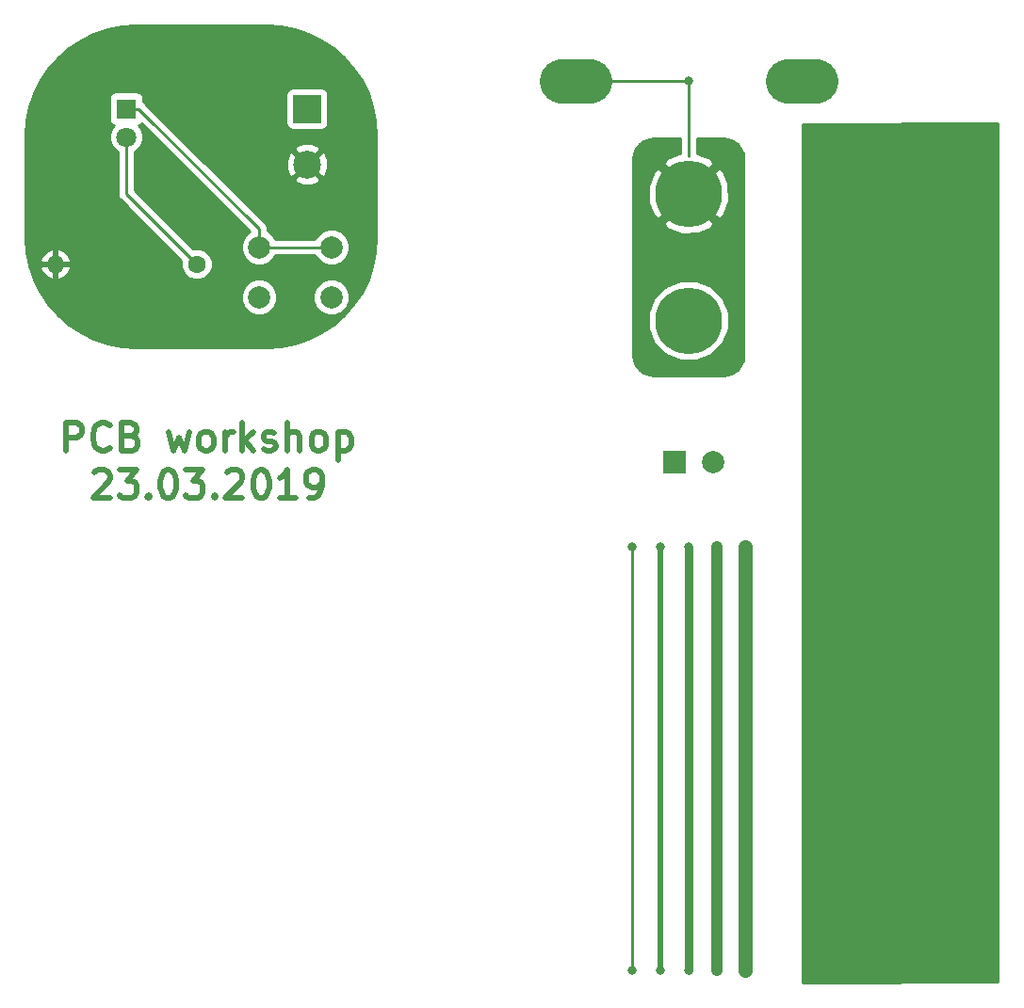
<source format=gbr>
G04 #@! TF.GenerationSoftware,KiCad,Pcbnew,5.0.1*
G04 #@! TF.CreationDate,2019-03-06T14:15:35+01:00*
G04 #@! TF.ProjectId,workshop,776F726B73686F702E6B696361645F70,rev?*
G04 #@! TF.SameCoordinates,Original*
G04 #@! TF.FileFunction,Copper,L1,Top,Signal*
G04 #@! TF.FilePolarity,Positive*
%FSLAX46Y46*%
G04 Gerber Fmt 4.6, Leading zero omitted, Abs format (unit mm)*
G04 Created by KiCad (PCBNEW 5.0.1) date Mi 06 Mär 2019 14:15:35 CET*
%MOMM*%
%LPD*%
G01*
G04 APERTURE LIST*
G04 #@! TA.AperFunction,NonConductor*
%ADD10C,0.500000*%
G04 #@! TD*
G04 #@! TA.AperFunction,ComponentPad*
%ADD11C,6.000000*%
G04 #@! TD*
G04 #@! TA.AperFunction,ComponentPad*
%ADD12C,2.000000*%
G04 #@! TD*
G04 #@! TA.AperFunction,ComponentPad*
%ADD13C,1.800000*%
G04 #@! TD*
G04 #@! TA.AperFunction,ComponentPad*
%ADD14R,1.800000X1.800000*%
G04 #@! TD*
G04 #@! TA.AperFunction,ComponentPad*
%ADD15O,1.600000X1.600000*%
G04 #@! TD*
G04 #@! TA.AperFunction,ComponentPad*
%ADD16C,1.600000*%
G04 #@! TD*
G04 #@! TA.AperFunction,ComponentPad*
%ADD17C,2.500000*%
G04 #@! TD*
G04 #@! TA.AperFunction,ComponentPad*
%ADD18R,2.500000X2.500000*%
G04 #@! TD*
G04 #@! TA.AperFunction,ComponentPad*
%ADD19R,2.000000X2.000000*%
G04 #@! TD*
G04 #@! TA.AperFunction,ViaPad*
%ADD20C,0.800000*%
G04 #@! TD*
G04 #@! TA.AperFunction,Conductor*
%ADD21C,0.250000*%
G04 #@! TD*
G04 #@! TA.AperFunction,Conductor*
%ADD22C,0.500000*%
G04 #@! TD*
G04 #@! TA.AperFunction,Conductor*
%ADD23C,0.750000*%
G04 #@! TD*
G04 #@! TA.AperFunction,Conductor*
%ADD24C,1.000000*%
G04 #@! TD*
G04 #@! TA.AperFunction,Conductor*
%ADD25C,1.250000*%
G04 #@! TD*
G04 #@! TA.AperFunction,Conductor*
%ADD26C,4.000000*%
G04 #@! TD*
G04 #@! TA.AperFunction,Conductor*
%ADD27C,0.254000*%
G04 #@! TD*
G04 #@! TA.AperFunction,NonConductor*
%ADD28C,0.254000*%
G04 #@! TD*
G04 APERTURE END LIST*
D10*
X140931904Y-118385952D02*
X140931904Y-115885952D01*
X141884285Y-115885952D01*
X142122380Y-116005000D01*
X142241428Y-116124047D01*
X142360476Y-116362142D01*
X142360476Y-116719285D01*
X142241428Y-116957380D01*
X142122380Y-117076428D01*
X141884285Y-117195476D01*
X140931904Y-117195476D01*
X144860476Y-118147857D02*
X144741428Y-118266904D01*
X144384285Y-118385952D01*
X144146190Y-118385952D01*
X143789047Y-118266904D01*
X143550952Y-118028809D01*
X143431904Y-117790714D01*
X143312857Y-117314523D01*
X143312857Y-116957380D01*
X143431904Y-116481190D01*
X143550952Y-116243095D01*
X143789047Y-116005000D01*
X144146190Y-115885952D01*
X144384285Y-115885952D01*
X144741428Y-116005000D01*
X144860476Y-116124047D01*
X146765238Y-117076428D02*
X147122380Y-117195476D01*
X147241428Y-117314523D01*
X147360476Y-117552619D01*
X147360476Y-117909761D01*
X147241428Y-118147857D01*
X147122380Y-118266904D01*
X146884285Y-118385952D01*
X145931904Y-118385952D01*
X145931904Y-115885952D01*
X146765238Y-115885952D01*
X147003333Y-116005000D01*
X147122380Y-116124047D01*
X147241428Y-116362142D01*
X147241428Y-116600238D01*
X147122380Y-116838333D01*
X147003333Y-116957380D01*
X146765238Y-117076428D01*
X145931904Y-117076428D01*
X150098571Y-116719285D02*
X150574761Y-118385952D01*
X151050952Y-117195476D01*
X151527142Y-118385952D01*
X152003333Y-116719285D01*
X153312857Y-118385952D02*
X153074761Y-118266904D01*
X152955714Y-118147857D01*
X152836666Y-117909761D01*
X152836666Y-117195476D01*
X152955714Y-116957380D01*
X153074761Y-116838333D01*
X153312857Y-116719285D01*
X153670000Y-116719285D01*
X153908095Y-116838333D01*
X154027142Y-116957380D01*
X154146190Y-117195476D01*
X154146190Y-117909761D01*
X154027142Y-118147857D01*
X153908095Y-118266904D01*
X153670000Y-118385952D01*
X153312857Y-118385952D01*
X155217619Y-118385952D02*
X155217619Y-116719285D01*
X155217619Y-117195476D02*
X155336666Y-116957380D01*
X155455714Y-116838333D01*
X155693809Y-116719285D01*
X155931904Y-116719285D01*
X156765238Y-118385952D02*
X156765238Y-115885952D01*
X157003333Y-117433571D02*
X157717619Y-118385952D01*
X157717619Y-116719285D02*
X156765238Y-117671666D01*
X158670000Y-118266904D02*
X158908095Y-118385952D01*
X159384285Y-118385952D01*
X159622380Y-118266904D01*
X159741428Y-118028809D01*
X159741428Y-117909761D01*
X159622380Y-117671666D01*
X159384285Y-117552619D01*
X159027142Y-117552619D01*
X158789047Y-117433571D01*
X158670000Y-117195476D01*
X158670000Y-117076428D01*
X158789047Y-116838333D01*
X159027142Y-116719285D01*
X159384285Y-116719285D01*
X159622380Y-116838333D01*
X160812857Y-118385952D02*
X160812857Y-115885952D01*
X161884285Y-118385952D02*
X161884285Y-117076428D01*
X161765238Y-116838333D01*
X161527142Y-116719285D01*
X161170000Y-116719285D01*
X160931904Y-116838333D01*
X160812857Y-116957380D01*
X163431904Y-118385952D02*
X163193809Y-118266904D01*
X163074761Y-118147857D01*
X162955714Y-117909761D01*
X162955714Y-117195476D01*
X163074761Y-116957380D01*
X163193809Y-116838333D01*
X163431904Y-116719285D01*
X163789047Y-116719285D01*
X164027142Y-116838333D01*
X164146190Y-116957380D01*
X164265238Y-117195476D01*
X164265238Y-117909761D01*
X164146190Y-118147857D01*
X164027142Y-118266904D01*
X163789047Y-118385952D01*
X163431904Y-118385952D01*
X165336666Y-116719285D02*
X165336666Y-119219285D01*
X165336666Y-116838333D02*
X165574761Y-116719285D01*
X166050952Y-116719285D01*
X166289047Y-116838333D01*
X166408095Y-116957380D01*
X166527142Y-117195476D01*
X166527142Y-117909761D01*
X166408095Y-118147857D01*
X166289047Y-118266904D01*
X166050952Y-118385952D01*
X165574761Y-118385952D01*
X165336666Y-118266904D01*
X143431904Y-120374047D02*
X143550952Y-120255000D01*
X143789047Y-120135952D01*
X144384285Y-120135952D01*
X144622380Y-120255000D01*
X144741428Y-120374047D01*
X144860476Y-120612142D01*
X144860476Y-120850238D01*
X144741428Y-121207380D01*
X143312857Y-122635952D01*
X144860476Y-122635952D01*
X145693809Y-120135952D02*
X147241428Y-120135952D01*
X146408095Y-121088333D01*
X146765238Y-121088333D01*
X147003333Y-121207380D01*
X147122380Y-121326428D01*
X147241428Y-121564523D01*
X147241428Y-122159761D01*
X147122380Y-122397857D01*
X147003333Y-122516904D01*
X146765238Y-122635952D01*
X146050952Y-122635952D01*
X145812857Y-122516904D01*
X145693809Y-122397857D01*
X148312857Y-122397857D02*
X148431904Y-122516904D01*
X148312857Y-122635952D01*
X148193809Y-122516904D01*
X148312857Y-122397857D01*
X148312857Y-122635952D01*
X149979523Y-120135952D02*
X150217619Y-120135952D01*
X150455714Y-120255000D01*
X150574761Y-120374047D01*
X150693809Y-120612142D01*
X150812857Y-121088333D01*
X150812857Y-121683571D01*
X150693809Y-122159761D01*
X150574761Y-122397857D01*
X150455714Y-122516904D01*
X150217619Y-122635952D01*
X149979523Y-122635952D01*
X149741428Y-122516904D01*
X149622380Y-122397857D01*
X149503333Y-122159761D01*
X149384285Y-121683571D01*
X149384285Y-121088333D01*
X149503333Y-120612142D01*
X149622380Y-120374047D01*
X149741428Y-120255000D01*
X149979523Y-120135952D01*
X151646190Y-120135952D02*
X153193809Y-120135952D01*
X152360476Y-121088333D01*
X152717619Y-121088333D01*
X152955714Y-121207380D01*
X153074761Y-121326428D01*
X153193809Y-121564523D01*
X153193809Y-122159761D01*
X153074761Y-122397857D01*
X152955714Y-122516904D01*
X152717619Y-122635952D01*
X152003333Y-122635952D01*
X151765238Y-122516904D01*
X151646190Y-122397857D01*
X154265238Y-122397857D02*
X154384285Y-122516904D01*
X154265238Y-122635952D01*
X154146190Y-122516904D01*
X154265238Y-122397857D01*
X154265238Y-122635952D01*
X155336666Y-120374047D02*
X155455714Y-120255000D01*
X155693809Y-120135952D01*
X156289047Y-120135952D01*
X156527142Y-120255000D01*
X156646190Y-120374047D01*
X156765238Y-120612142D01*
X156765238Y-120850238D01*
X156646190Y-121207380D01*
X155217619Y-122635952D01*
X156765238Y-122635952D01*
X158312857Y-120135952D02*
X158550952Y-120135952D01*
X158789047Y-120255000D01*
X158908095Y-120374047D01*
X159027142Y-120612142D01*
X159146190Y-121088333D01*
X159146190Y-121683571D01*
X159027142Y-122159761D01*
X158908095Y-122397857D01*
X158789047Y-122516904D01*
X158550952Y-122635952D01*
X158312857Y-122635952D01*
X158074761Y-122516904D01*
X157955714Y-122397857D01*
X157836666Y-122159761D01*
X157717619Y-121683571D01*
X157717619Y-121088333D01*
X157836666Y-120612142D01*
X157955714Y-120374047D01*
X158074761Y-120255000D01*
X158312857Y-120135952D01*
X161527142Y-122635952D02*
X160098571Y-122635952D01*
X160812857Y-122635952D02*
X160812857Y-120135952D01*
X160574761Y-120493095D01*
X160336666Y-120731190D01*
X160098571Y-120850238D01*
X162717619Y-122635952D02*
X163193809Y-122635952D01*
X163431904Y-122516904D01*
X163550952Y-122397857D01*
X163789047Y-122040714D01*
X163908095Y-121564523D01*
X163908095Y-120612142D01*
X163789047Y-120374047D01*
X163670000Y-120255000D01*
X163431904Y-120135952D01*
X162955714Y-120135952D01*
X162717619Y-120255000D01*
X162598571Y-120374047D01*
X162479523Y-120612142D01*
X162479523Y-121207380D01*
X162598571Y-121445476D01*
X162717619Y-121564523D01*
X162955714Y-121683571D01*
X163431904Y-121683571D01*
X163670000Y-121564523D01*
X163789047Y-121445476D01*
X163908095Y-121207380D01*
D11*
G04 #@! TO.P,REF\002A\002A,1*
G04 #@! TO.N,N/C*
X196850000Y-106680000D03*
G04 #@! TD*
D12*
G04 #@! TO.P,SW1,1*
G04 #@! TO.N,Net-(D1-Pad1)*
X164742000Y-100076000D03*
G04 #@! TO.P,SW1,2*
G04 #@! TO.N,GND*
X164742000Y-104576000D03*
G04 #@! TO.P,SW1,1*
G04 #@! TO.N,Net-(D1-Pad1)*
X158242000Y-100076000D03*
G04 #@! TO.P,SW1,2*
G04 #@! TO.N,GND*
X158242000Y-104576000D03*
G04 #@! TD*
D13*
G04 #@! TO.P,D1,2*
G04 #@! TO.N,Net-(D1-Pad2)*
X146304000Y-90170000D03*
D14*
G04 #@! TO.P,D1,1*
G04 #@! TO.N,Net-(D1-Pad1)*
X146304000Y-87630000D03*
G04 #@! TD*
D15*
G04 #@! TO.P,R1,2*
G04 #@! TO.N,+5V*
X139954000Y-101600000D03*
D16*
G04 #@! TO.P,R1,1*
G04 #@! TO.N,Net-(D1-Pad2)*
X152654000Y-101600000D03*
G04 #@! TD*
D17*
G04 #@! TO.P,J1,2*
G04 #@! TO.N,+5V*
X162560000Y-92630000D03*
D18*
G04 #@! TO.P,J1,1*
G04 #@! TO.N,GND*
X162560000Y-87630000D03*
G04 #@! TD*
D11*
G04 #@! TO.P,REF\002A\002A,1*
G04 #@! TO.N,GND*
X196850000Y-95250000D03*
G04 #@! TD*
D19*
G04 #@! TO.P,REF\002A\002A,1*
G04 #@! TO.N,N/C*
X195580000Y-119380000D03*
D12*
G04 #@! TO.P,REF\002A\002A,2*
X199080000Y-119380000D03*
G04 #@! TD*
D20*
G04 #@! TO.N,*
X187960000Y-85090000D03*
X205740000Y-85090000D03*
X196850000Y-85090000D03*
X191770000Y-127000000D03*
X194310000Y-127000000D03*
X196850000Y-127000000D03*
X199390000Y-127000000D03*
X201930000Y-127000000D03*
X191770000Y-165100000D03*
X194310000Y-165100000D03*
X196850000Y-165100000D03*
X199390000Y-165100000D03*
X201930000Y-165100000D03*
G04 #@! TD*
D21*
G04 #@! TO.N,*
X191770000Y-127000000D02*
X191770000Y-127000000D01*
D22*
X194310000Y-165100000D02*
X194310000Y-165100000D01*
D23*
X196850000Y-127000000D02*
X196850000Y-127000000D01*
D24*
X199390000Y-127000000D02*
X199390000Y-127000000D01*
D25*
X201930000Y-165100000D02*
X201930000Y-165100000D01*
D26*
X205740000Y-85090000D02*
X208280000Y-85090000D01*
X187960000Y-85090000D02*
X185420000Y-85090000D01*
D21*
X191770000Y-127000000D02*
X191770000Y-165100000D01*
D22*
X194310000Y-127000000D02*
X194310000Y-127000000D01*
D23*
X196850000Y-127000000D02*
X196850000Y-165100000D01*
D24*
X199390000Y-127000000D02*
X199390000Y-165100000D01*
D25*
X201930000Y-127000000D02*
X201930000Y-127000000D01*
D21*
X191770000Y-165100000D02*
X191770000Y-165100000D01*
D22*
X194310000Y-165100000D02*
X194310000Y-127000000D01*
D23*
X196850000Y-165100000D02*
X196850000Y-165100000D01*
D24*
X199390000Y-165100000D02*
X199390000Y-165100000D01*
D25*
X201930000Y-165100000D02*
X201930000Y-127000000D01*
D21*
X196850000Y-85090000D02*
X187960000Y-85090000D01*
X196850000Y-85090000D02*
X196850000Y-91924999D01*
G04 #@! TO.N,Net-(D1-Pad2)*
X146304000Y-95250000D02*
X152654000Y-101600000D01*
X146304000Y-90170000D02*
X146304000Y-95250000D01*
G04 #@! TO.N,Net-(D1-Pad1)*
X158242000Y-98661787D02*
X158242000Y-100076000D01*
X158242000Y-98418000D02*
X158242000Y-98661787D01*
X147454000Y-87630000D02*
X158242000Y-98418000D01*
X146304000Y-87630000D02*
X147454000Y-87630000D01*
X158242000Y-100076000D02*
X164742000Y-100076000D01*
G04 #@! TD*
D27*
G04 #@! TO.N,+5V*
G36*
X160198646Y-80221734D02*
X161465253Y-80473679D01*
X162688126Y-80888789D01*
X163846365Y-81459968D01*
X164920134Y-82177438D01*
X165891073Y-83028927D01*
X166742562Y-83999866D01*
X167460032Y-85073635D01*
X168031211Y-86231874D01*
X168446321Y-87454747D01*
X168698266Y-88721354D01*
X168783000Y-90014156D01*
X168783000Y-99215844D01*
X168698266Y-100508646D01*
X168446321Y-101775253D01*
X168031211Y-102998126D01*
X167460032Y-104156365D01*
X166742562Y-105230134D01*
X165891073Y-106201073D01*
X164920134Y-107052562D01*
X163846365Y-107770032D01*
X162688126Y-108341211D01*
X161465253Y-108756321D01*
X160198646Y-109008266D01*
X158905844Y-109093000D01*
X147164156Y-109093000D01*
X145871354Y-109008266D01*
X144604747Y-108756321D01*
X143381874Y-108341211D01*
X142223635Y-107770032D01*
X141149866Y-107052562D01*
X140178927Y-106201073D01*
X139327438Y-105230134D01*
X138673053Y-104250778D01*
X156607000Y-104250778D01*
X156607000Y-104901222D01*
X156855914Y-105502153D01*
X157315847Y-105962086D01*
X157916778Y-106211000D01*
X158567222Y-106211000D01*
X159168153Y-105962086D01*
X159628086Y-105502153D01*
X159877000Y-104901222D01*
X159877000Y-104250778D01*
X163107000Y-104250778D01*
X163107000Y-104901222D01*
X163355914Y-105502153D01*
X163815847Y-105962086D01*
X164416778Y-106211000D01*
X165067222Y-106211000D01*
X165668153Y-105962086D01*
X166128086Y-105502153D01*
X166377000Y-104901222D01*
X166377000Y-104250778D01*
X166128086Y-103649847D01*
X165668153Y-103189914D01*
X165067222Y-102941000D01*
X164416778Y-102941000D01*
X163815847Y-103189914D01*
X163355914Y-103649847D01*
X163107000Y-104250778D01*
X159877000Y-104250778D01*
X159628086Y-103649847D01*
X159168153Y-103189914D01*
X158567222Y-102941000D01*
X157916778Y-102941000D01*
X157315847Y-103189914D01*
X156855914Y-103649847D01*
X156607000Y-104250778D01*
X138673053Y-104250778D01*
X138609968Y-104156365D01*
X138038789Y-102998126D01*
X137682672Y-101949039D01*
X138562096Y-101949039D01*
X138722959Y-102337423D01*
X139098866Y-102752389D01*
X139604959Y-102991914D01*
X139827000Y-102870629D01*
X139827000Y-101727000D01*
X140081000Y-101727000D01*
X140081000Y-102870629D01*
X140303041Y-102991914D01*
X140809134Y-102752389D01*
X141185041Y-102337423D01*
X141345904Y-101949039D01*
X141223915Y-101727000D01*
X140081000Y-101727000D01*
X139827000Y-101727000D01*
X138684085Y-101727000D01*
X138562096Y-101949039D01*
X137682672Y-101949039D01*
X137623679Y-101775253D01*
X137519391Y-101250961D01*
X138562096Y-101250961D01*
X138684085Y-101473000D01*
X139827000Y-101473000D01*
X139827000Y-100329371D01*
X140081000Y-100329371D01*
X140081000Y-101473000D01*
X141223915Y-101473000D01*
X141345904Y-101250961D01*
X141185041Y-100862577D01*
X140809134Y-100447611D01*
X140303041Y-100208086D01*
X140081000Y-100329371D01*
X139827000Y-100329371D01*
X139604959Y-100208086D01*
X139098866Y-100447611D01*
X138722959Y-100862577D01*
X138562096Y-101250961D01*
X137519391Y-101250961D01*
X137371734Y-100508646D01*
X137287000Y-99215844D01*
X137287000Y-90014156D01*
X137371734Y-88721354D01*
X137623679Y-87454747D01*
X137869697Y-86730000D01*
X144756560Y-86730000D01*
X144756560Y-88530000D01*
X144805843Y-88777765D01*
X144946191Y-88987809D01*
X145156235Y-89128157D01*
X145171908Y-89131275D01*
X145002690Y-89300493D01*
X144769000Y-89864670D01*
X144769000Y-90475330D01*
X145002690Y-91039507D01*
X145434493Y-91471310D01*
X145544000Y-91516669D01*
X145544001Y-95175148D01*
X145529112Y-95250000D01*
X145544001Y-95324852D01*
X145588097Y-95546537D01*
X145756072Y-95797929D01*
X145819528Y-95840329D01*
X151240896Y-101261698D01*
X151219000Y-101314561D01*
X151219000Y-101885439D01*
X151437466Y-102412862D01*
X151841138Y-102816534D01*
X152368561Y-103035000D01*
X152939439Y-103035000D01*
X153466862Y-102816534D01*
X153870534Y-102412862D01*
X154089000Y-101885439D01*
X154089000Y-101314561D01*
X153870534Y-100787138D01*
X153466862Y-100383466D01*
X152939439Y-100165000D01*
X152368561Y-100165000D01*
X152315698Y-100186896D01*
X147064000Y-94935199D01*
X147064000Y-91516669D01*
X147173507Y-91471310D01*
X147605310Y-91039507D01*
X147839000Y-90475330D01*
X147839000Y-89864670D01*
X147605310Y-89300493D01*
X147436092Y-89131275D01*
X147451765Y-89128157D01*
X147661809Y-88987809D01*
X147691930Y-88942731D01*
X157403009Y-98653810D01*
X157315847Y-98689914D01*
X156855914Y-99149847D01*
X156607000Y-99750778D01*
X156607000Y-100401222D01*
X156855914Y-101002153D01*
X157315847Y-101462086D01*
X157916778Y-101711000D01*
X158567222Y-101711000D01*
X159168153Y-101462086D01*
X159628086Y-101002153D01*
X159696909Y-100836000D01*
X163287091Y-100836000D01*
X163355914Y-101002153D01*
X163815847Y-101462086D01*
X164416778Y-101711000D01*
X165067222Y-101711000D01*
X165668153Y-101462086D01*
X166128086Y-101002153D01*
X166377000Y-100401222D01*
X166377000Y-99750778D01*
X166128086Y-99149847D01*
X165668153Y-98689914D01*
X165067222Y-98441000D01*
X164416778Y-98441000D01*
X163815847Y-98689914D01*
X163355914Y-99149847D01*
X163287091Y-99316000D01*
X159696909Y-99316000D01*
X159628086Y-99149847D01*
X159168153Y-98689914D01*
X159002000Y-98621091D01*
X159002000Y-98492847D01*
X159016888Y-98418000D01*
X159002000Y-98343153D01*
X159002000Y-98343148D01*
X158957904Y-98121463D01*
X158789929Y-97870071D01*
X158726473Y-97827671D01*
X154862122Y-93963320D01*
X161406285Y-93963320D01*
X161535533Y-94256123D01*
X162235806Y-94524388D01*
X162985435Y-94504250D01*
X163584467Y-94256123D01*
X163713715Y-93963320D01*
X162560000Y-92809605D01*
X161406285Y-93963320D01*
X154862122Y-93963320D01*
X153204608Y-92305806D01*
X160665612Y-92305806D01*
X160685750Y-93055435D01*
X160933877Y-93654467D01*
X161226680Y-93783715D01*
X162380395Y-92630000D01*
X162739605Y-92630000D01*
X163893320Y-93783715D01*
X164186123Y-93654467D01*
X164454388Y-92954194D01*
X164434250Y-92204565D01*
X164186123Y-91605533D01*
X163893320Y-91476285D01*
X162739605Y-92630000D01*
X162380395Y-92630000D01*
X161226680Y-91476285D01*
X160933877Y-91605533D01*
X160665612Y-92305806D01*
X153204608Y-92305806D01*
X152195482Y-91296680D01*
X161406285Y-91296680D01*
X162560000Y-92450395D01*
X163713715Y-91296680D01*
X163584467Y-91003877D01*
X162884194Y-90735612D01*
X162134565Y-90755750D01*
X161535533Y-91003877D01*
X161406285Y-91296680D01*
X152195482Y-91296680D01*
X148044331Y-87145530D01*
X148001929Y-87082071D01*
X147851440Y-86981517D01*
X147851440Y-86730000D01*
X147802157Y-86482235D01*
X147733846Y-86380000D01*
X160662560Y-86380000D01*
X160662560Y-88880000D01*
X160711843Y-89127765D01*
X160852191Y-89337809D01*
X161062235Y-89478157D01*
X161310000Y-89527440D01*
X163810000Y-89527440D01*
X164057765Y-89478157D01*
X164267809Y-89337809D01*
X164408157Y-89127765D01*
X164457440Y-88880000D01*
X164457440Y-86380000D01*
X164408157Y-86132235D01*
X164267809Y-85922191D01*
X164057765Y-85781843D01*
X163810000Y-85732560D01*
X161310000Y-85732560D01*
X161062235Y-85781843D01*
X160852191Y-85922191D01*
X160711843Y-86132235D01*
X160662560Y-86380000D01*
X147733846Y-86380000D01*
X147661809Y-86272191D01*
X147451765Y-86131843D01*
X147204000Y-86082560D01*
X145404000Y-86082560D01*
X145156235Y-86131843D01*
X144946191Y-86272191D01*
X144805843Y-86482235D01*
X144756560Y-86730000D01*
X137869697Y-86730000D01*
X138038789Y-86231874D01*
X138609968Y-85073635D01*
X139327438Y-83999866D01*
X140178927Y-83028927D01*
X141149866Y-82177438D01*
X142223635Y-81459968D01*
X143381874Y-80888789D01*
X144604747Y-80473679D01*
X145871354Y-80221734D01*
X147164156Y-80137000D01*
X158905844Y-80137000D01*
X160198646Y-80221734D01*
X160198646Y-80221734D01*
G37*
X160198646Y-80221734D02*
X161465253Y-80473679D01*
X162688126Y-80888789D01*
X163846365Y-81459968D01*
X164920134Y-82177438D01*
X165891073Y-83028927D01*
X166742562Y-83999866D01*
X167460032Y-85073635D01*
X168031211Y-86231874D01*
X168446321Y-87454747D01*
X168698266Y-88721354D01*
X168783000Y-90014156D01*
X168783000Y-99215844D01*
X168698266Y-100508646D01*
X168446321Y-101775253D01*
X168031211Y-102998126D01*
X167460032Y-104156365D01*
X166742562Y-105230134D01*
X165891073Y-106201073D01*
X164920134Y-107052562D01*
X163846365Y-107770032D01*
X162688126Y-108341211D01*
X161465253Y-108756321D01*
X160198646Y-109008266D01*
X158905844Y-109093000D01*
X147164156Y-109093000D01*
X145871354Y-109008266D01*
X144604747Y-108756321D01*
X143381874Y-108341211D01*
X142223635Y-107770032D01*
X141149866Y-107052562D01*
X140178927Y-106201073D01*
X139327438Y-105230134D01*
X138673053Y-104250778D01*
X156607000Y-104250778D01*
X156607000Y-104901222D01*
X156855914Y-105502153D01*
X157315847Y-105962086D01*
X157916778Y-106211000D01*
X158567222Y-106211000D01*
X159168153Y-105962086D01*
X159628086Y-105502153D01*
X159877000Y-104901222D01*
X159877000Y-104250778D01*
X163107000Y-104250778D01*
X163107000Y-104901222D01*
X163355914Y-105502153D01*
X163815847Y-105962086D01*
X164416778Y-106211000D01*
X165067222Y-106211000D01*
X165668153Y-105962086D01*
X166128086Y-105502153D01*
X166377000Y-104901222D01*
X166377000Y-104250778D01*
X166128086Y-103649847D01*
X165668153Y-103189914D01*
X165067222Y-102941000D01*
X164416778Y-102941000D01*
X163815847Y-103189914D01*
X163355914Y-103649847D01*
X163107000Y-104250778D01*
X159877000Y-104250778D01*
X159628086Y-103649847D01*
X159168153Y-103189914D01*
X158567222Y-102941000D01*
X157916778Y-102941000D01*
X157315847Y-103189914D01*
X156855914Y-103649847D01*
X156607000Y-104250778D01*
X138673053Y-104250778D01*
X138609968Y-104156365D01*
X138038789Y-102998126D01*
X137682672Y-101949039D01*
X138562096Y-101949039D01*
X138722959Y-102337423D01*
X139098866Y-102752389D01*
X139604959Y-102991914D01*
X139827000Y-102870629D01*
X139827000Y-101727000D01*
X140081000Y-101727000D01*
X140081000Y-102870629D01*
X140303041Y-102991914D01*
X140809134Y-102752389D01*
X141185041Y-102337423D01*
X141345904Y-101949039D01*
X141223915Y-101727000D01*
X140081000Y-101727000D01*
X139827000Y-101727000D01*
X138684085Y-101727000D01*
X138562096Y-101949039D01*
X137682672Y-101949039D01*
X137623679Y-101775253D01*
X137519391Y-101250961D01*
X138562096Y-101250961D01*
X138684085Y-101473000D01*
X139827000Y-101473000D01*
X139827000Y-100329371D01*
X140081000Y-100329371D01*
X140081000Y-101473000D01*
X141223915Y-101473000D01*
X141345904Y-101250961D01*
X141185041Y-100862577D01*
X140809134Y-100447611D01*
X140303041Y-100208086D01*
X140081000Y-100329371D01*
X139827000Y-100329371D01*
X139604959Y-100208086D01*
X139098866Y-100447611D01*
X138722959Y-100862577D01*
X138562096Y-101250961D01*
X137519391Y-101250961D01*
X137371734Y-100508646D01*
X137287000Y-99215844D01*
X137287000Y-90014156D01*
X137371734Y-88721354D01*
X137623679Y-87454747D01*
X137869697Y-86730000D01*
X144756560Y-86730000D01*
X144756560Y-88530000D01*
X144805843Y-88777765D01*
X144946191Y-88987809D01*
X145156235Y-89128157D01*
X145171908Y-89131275D01*
X145002690Y-89300493D01*
X144769000Y-89864670D01*
X144769000Y-90475330D01*
X145002690Y-91039507D01*
X145434493Y-91471310D01*
X145544000Y-91516669D01*
X145544001Y-95175148D01*
X145529112Y-95250000D01*
X145544001Y-95324852D01*
X145588097Y-95546537D01*
X145756072Y-95797929D01*
X145819528Y-95840329D01*
X151240896Y-101261698D01*
X151219000Y-101314561D01*
X151219000Y-101885439D01*
X151437466Y-102412862D01*
X151841138Y-102816534D01*
X152368561Y-103035000D01*
X152939439Y-103035000D01*
X153466862Y-102816534D01*
X153870534Y-102412862D01*
X154089000Y-101885439D01*
X154089000Y-101314561D01*
X153870534Y-100787138D01*
X153466862Y-100383466D01*
X152939439Y-100165000D01*
X152368561Y-100165000D01*
X152315698Y-100186896D01*
X147064000Y-94935199D01*
X147064000Y-91516669D01*
X147173507Y-91471310D01*
X147605310Y-91039507D01*
X147839000Y-90475330D01*
X147839000Y-89864670D01*
X147605310Y-89300493D01*
X147436092Y-89131275D01*
X147451765Y-89128157D01*
X147661809Y-88987809D01*
X147691930Y-88942731D01*
X157403009Y-98653810D01*
X157315847Y-98689914D01*
X156855914Y-99149847D01*
X156607000Y-99750778D01*
X156607000Y-100401222D01*
X156855914Y-101002153D01*
X157315847Y-101462086D01*
X157916778Y-101711000D01*
X158567222Y-101711000D01*
X159168153Y-101462086D01*
X159628086Y-101002153D01*
X159696909Y-100836000D01*
X163287091Y-100836000D01*
X163355914Y-101002153D01*
X163815847Y-101462086D01*
X164416778Y-101711000D01*
X165067222Y-101711000D01*
X165668153Y-101462086D01*
X166128086Y-101002153D01*
X166377000Y-100401222D01*
X166377000Y-99750778D01*
X166128086Y-99149847D01*
X165668153Y-98689914D01*
X165067222Y-98441000D01*
X164416778Y-98441000D01*
X163815847Y-98689914D01*
X163355914Y-99149847D01*
X163287091Y-99316000D01*
X159696909Y-99316000D01*
X159628086Y-99149847D01*
X159168153Y-98689914D01*
X159002000Y-98621091D01*
X159002000Y-98492847D01*
X159016888Y-98418000D01*
X159002000Y-98343153D01*
X159002000Y-98343148D01*
X158957904Y-98121463D01*
X158789929Y-97870071D01*
X158726473Y-97827671D01*
X154862122Y-93963320D01*
X161406285Y-93963320D01*
X161535533Y-94256123D01*
X162235806Y-94524388D01*
X162985435Y-94504250D01*
X163584467Y-94256123D01*
X163713715Y-93963320D01*
X162560000Y-92809605D01*
X161406285Y-93963320D01*
X154862122Y-93963320D01*
X153204608Y-92305806D01*
X160665612Y-92305806D01*
X160685750Y-93055435D01*
X160933877Y-93654467D01*
X161226680Y-93783715D01*
X162380395Y-92630000D01*
X162739605Y-92630000D01*
X163893320Y-93783715D01*
X164186123Y-93654467D01*
X164454388Y-92954194D01*
X164434250Y-92204565D01*
X164186123Y-91605533D01*
X163893320Y-91476285D01*
X162739605Y-92630000D01*
X162380395Y-92630000D01*
X161226680Y-91476285D01*
X160933877Y-91605533D01*
X160665612Y-92305806D01*
X153204608Y-92305806D01*
X152195482Y-91296680D01*
X161406285Y-91296680D01*
X162560000Y-92450395D01*
X163713715Y-91296680D01*
X163584467Y-91003877D01*
X162884194Y-90735612D01*
X162134565Y-90755750D01*
X161535533Y-91003877D01*
X161406285Y-91296680D01*
X152195482Y-91296680D01*
X148044331Y-87145530D01*
X148001929Y-87082071D01*
X147851440Y-86981517D01*
X147851440Y-86730000D01*
X147802157Y-86482235D01*
X147733846Y-86380000D01*
X160662560Y-86380000D01*
X160662560Y-88880000D01*
X160711843Y-89127765D01*
X160852191Y-89337809D01*
X161062235Y-89478157D01*
X161310000Y-89527440D01*
X163810000Y-89527440D01*
X164057765Y-89478157D01*
X164267809Y-89337809D01*
X164408157Y-89127765D01*
X164457440Y-88880000D01*
X164457440Y-86380000D01*
X164408157Y-86132235D01*
X164267809Y-85922191D01*
X164057765Y-85781843D01*
X163810000Y-85732560D01*
X161310000Y-85732560D01*
X161062235Y-85781843D01*
X160852191Y-85922191D01*
X160711843Y-86132235D01*
X160662560Y-86380000D01*
X147733846Y-86380000D01*
X147661809Y-86272191D01*
X147451765Y-86131843D01*
X147204000Y-86082560D01*
X145404000Y-86082560D01*
X145156235Y-86131843D01*
X144946191Y-86272191D01*
X144805843Y-86482235D01*
X144756560Y-86730000D01*
X137869697Y-86730000D01*
X138038789Y-86231874D01*
X138609968Y-85073635D01*
X139327438Y-83999866D01*
X140178927Y-83028927D01*
X141149866Y-82177438D01*
X142223635Y-81459968D01*
X143381874Y-80888789D01*
X144604747Y-80473679D01*
X145871354Y-80221734D01*
X147164156Y-80137000D01*
X158905844Y-80137000D01*
X160198646Y-80221734D01*
D28*
G36*
X224663000Y-166116904D02*
X207137000Y-166242089D01*
X207137000Y-89026096D01*
X224663000Y-88900911D01*
X224663000Y-166116904D01*
X224663000Y-166116904D01*
G37*
X224663000Y-166116904D02*
X207137000Y-166242089D01*
X207137000Y-89026096D01*
X224663000Y-88900911D01*
X224663000Y-166116904D01*
D27*
G04 #@! TO.N,GND*
G36*
X196090001Y-91639037D02*
X196002156Y-91642065D01*
X194898322Y-92099289D01*
X194542043Y-92555963D01*
X196850000Y-94863920D01*
X199157957Y-92555963D01*
X198801678Y-92099289D01*
X197610000Y-91653128D01*
X197610000Y-90297000D01*
X199921672Y-90297000D01*
X200414485Y-90361880D01*
X200865952Y-90548884D01*
X201253636Y-90846364D01*
X201551116Y-91234048D01*
X201738120Y-91685515D01*
X201803000Y-92178328D01*
X201803000Y-109751672D01*
X201738120Y-110244485D01*
X201551116Y-110695952D01*
X201253636Y-111083636D01*
X200865952Y-111381116D01*
X200414485Y-111568120D01*
X199921672Y-111633000D01*
X193778328Y-111633000D01*
X193285515Y-111568120D01*
X192834048Y-111381116D01*
X192446364Y-111083636D01*
X192148884Y-110695952D01*
X191961880Y-110244485D01*
X191897000Y-109751672D01*
X191897000Y-105956954D01*
X193215000Y-105956954D01*
X193215000Y-107403046D01*
X193768396Y-108739062D01*
X194790938Y-109761604D01*
X196126954Y-110315000D01*
X197573046Y-110315000D01*
X198909062Y-109761604D01*
X199931604Y-108739062D01*
X200485000Y-107403046D01*
X200485000Y-105956954D01*
X199931604Y-104620938D01*
X198909062Y-103598396D01*
X197573046Y-103045000D01*
X196126954Y-103045000D01*
X194790938Y-103598396D01*
X193768396Y-104620938D01*
X193215000Y-105956954D01*
X191897000Y-105956954D01*
X191897000Y-97944037D01*
X194542043Y-97944037D01*
X194898322Y-98400711D01*
X196252609Y-98907752D01*
X197697844Y-98857935D01*
X198801678Y-98400711D01*
X199157957Y-97944037D01*
X196850000Y-95636080D01*
X194542043Y-97944037D01*
X191897000Y-97944037D01*
X191897000Y-94652609D01*
X193192248Y-94652609D01*
X193242065Y-96097844D01*
X193699289Y-97201678D01*
X194155963Y-97557957D01*
X196463920Y-95250000D01*
X197236080Y-95250000D01*
X199544037Y-97557957D01*
X200000711Y-97201678D01*
X200507752Y-95847391D01*
X200457935Y-94402156D01*
X200000711Y-93298322D01*
X199544037Y-92942043D01*
X197236080Y-95250000D01*
X196463920Y-95250000D01*
X194155963Y-92942043D01*
X193699289Y-93298322D01*
X193192248Y-94652609D01*
X191897000Y-94652609D01*
X191897000Y-92178328D01*
X191961880Y-91685515D01*
X192148884Y-91234048D01*
X192446364Y-90846364D01*
X192834048Y-90548884D01*
X193285515Y-90361880D01*
X193778328Y-90297000D01*
X196090001Y-90297000D01*
X196090001Y-91639037D01*
X196090001Y-91639037D01*
G37*
X196090001Y-91639037D02*
X196002156Y-91642065D01*
X194898322Y-92099289D01*
X194542043Y-92555963D01*
X196850000Y-94863920D01*
X199157957Y-92555963D01*
X198801678Y-92099289D01*
X197610000Y-91653128D01*
X197610000Y-90297000D01*
X199921672Y-90297000D01*
X200414485Y-90361880D01*
X200865952Y-90548884D01*
X201253636Y-90846364D01*
X201551116Y-91234048D01*
X201738120Y-91685515D01*
X201803000Y-92178328D01*
X201803000Y-109751672D01*
X201738120Y-110244485D01*
X201551116Y-110695952D01*
X201253636Y-111083636D01*
X200865952Y-111381116D01*
X200414485Y-111568120D01*
X199921672Y-111633000D01*
X193778328Y-111633000D01*
X193285515Y-111568120D01*
X192834048Y-111381116D01*
X192446364Y-111083636D01*
X192148884Y-110695952D01*
X191961880Y-110244485D01*
X191897000Y-109751672D01*
X191897000Y-105956954D01*
X193215000Y-105956954D01*
X193215000Y-107403046D01*
X193768396Y-108739062D01*
X194790938Y-109761604D01*
X196126954Y-110315000D01*
X197573046Y-110315000D01*
X198909062Y-109761604D01*
X199931604Y-108739062D01*
X200485000Y-107403046D01*
X200485000Y-105956954D01*
X199931604Y-104620938D01*
X198909062Y-103598396D01*
X197573046Y-103045000D01*
X196126954Y-103045000D01*
X194790938Y-103598396D01*
X193768396Y-104620938D01*
X193215000Y-105956954D01*
X191897000Y-105956954D01*
X191897000Y-97944037D01*
X194542043Y-97944037D01*
X194898322Y-98400711D01*
X196252609Y-98907752D01*
X197697844Y-98857935D01*
X198801678Y-98400711D01*
X199157957Y-97944037D01*
X196850000Y-95636080D01*
X194542043Y-97944037D01*
X191897000Y-97944037D01*
X191897000Y-94652609D01*
X193192248Y-94652609D01*
X193242065Y-96097844D01*
X193699289Y-97201678D01*
X194155963Y-97557957D01*
X196463920Y-95250000D01*
X197236080Y-95250000D01*
X199544037Y-97557957D01*
X200000711Y-97201678D01*
X200507752Y-95847391D01*
X200457935Y-94402156D01*
X200000711Y-93298322D01*
X199544037Y-92942043D01*
X197236080Y-95250000D01*
X196463920Y-95250000D01*
X194155963Y-92942043D01*
X193699289Y-93298322D01*
X193192248Y-94652609D01*
X191897000Y-94652609D01*
X191897000Y-92178328D01*
X191961880Y-91685515D01*
X192148884Y-91234048D01*
X192446364Y-90846364D01*
X192834048Y-90548884D01*
X193285515Y-90361880D01*
X193778328Y-90297000D01*
X196090001Y-90297000D01*
X196090001Y-91639037D01*
G04 #@! TD*
M02*

</source>
